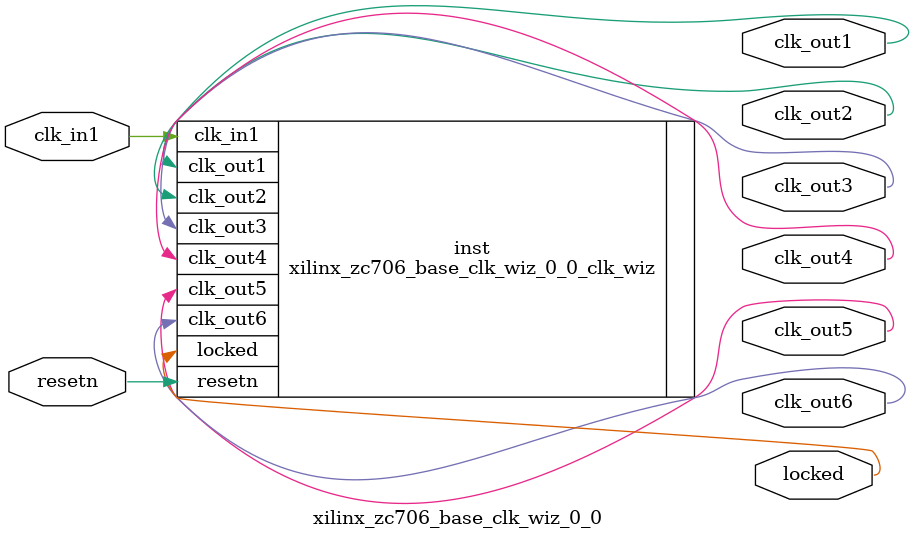
<source format=v>


`timescale 1ps/1ps

(* CORE_GENERATION_INFO = "xilinx_zc706_base_clk_wiz_0_0,clk_wiz_v6_0_9_0_0,{component_name=xilinx_zc706_base_clk_wiz_0_0,use_phase_alignment=true,use_min_o_jitter=false,use_max_i_jitter=false,use_dyn_phase_shift=false,use_inclk_switchover=false,use_dyn_reconfig=false,enable_axi=0,feedback_source=FDBK_AUTO,PRIMITIVE=MMCM,num_out_clk=6,clkin1_period=20.000,clkin2_period=10.0,use_power_down=false,use_reset=true,use_locked=true,use_inclk_stopped=false,feedback_type=SINGLE,CLOCK_MGR_TYPE=NA,manual_override=false}" *)

module xilinx_zc706_base_clk_wiz_0_0 
 (
  // Clock out ports
  output        clk_out1,
  output        clk_out2,
  output        clk_out3,
  output        clk_out4,
  output        clk_out5,
  output        clk_out6,
  // Status and control signals
  input         resetn,
  output        locked,
 // Clock in ports
  input         clk_in1
 );

  xilinx_zc706_base_clk_wiz_0_0_clk_wiz inst
  (
  // Clock out ports  
  .clk_out1(clk_out1),
  .clk_out2(clk_out2),
  .clk_out3(clk_out3),
  .clk_out4(clk_out4),
  .clk_out5(clk_out5),
  .clk_out6(clk_out6),
  // Status and control signals               
  .resetn(resetn), 
  .locked(locked),
 // Clock in ports
  .clk_in1(clk_in1)
  );

endmodule

</source>
